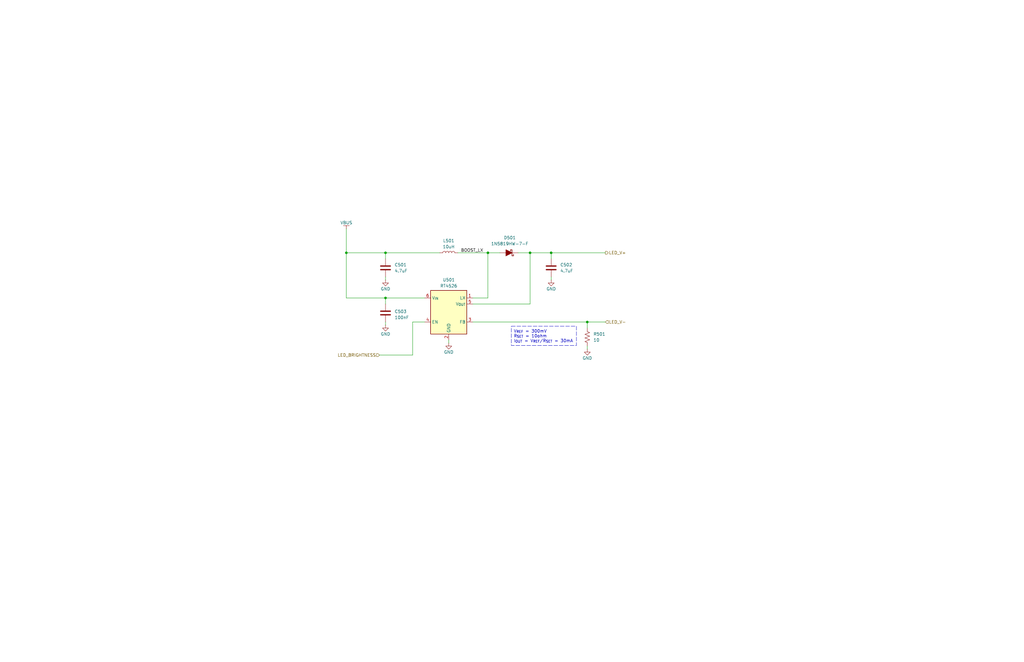
<source format=kicad_sch>
(kicad_sch (version 20250114) (generator "eeschema") (generator_version "9.0")
  (paper "B")
  (lib_symbols
    (symbol "Device:C" (pin_numbers (hide yes)) (pin_names (offset 0.254))
      (property "Reference" "C" (at 0.635 2.54 0))
      (property "Value" "C" (at 0.635 -2.54 0))
      (symbol "C_0_1"
        (polyline (pts (xy -2.032 0.762) (xy 2.032 0.762)) (stroke (width 0.508)))
        (polyline (pts (xy -2.032 -0.762) (xy 2.032 -0.762)) (stroke (width 0.508)))
      )
      (symbol "C_1_1"
        (pin passive line (at 0 3.81 270) (length 2.794) (name "~") (number "1"))
        (pin passive line (at 0 -3.81 90) (length 2.794) (name "~") (number "2"))
      )
    )
    (symbol "Device:D_Schottky_Filled" (pin_numbers (hide yes)) (pin_names (offset 1.016) (hide yes))
      (property "Reference" "D" (at 0 2.54 0))
      (property "Value" "D_Schottky_Filled" (at 0 -2.54 0))
      (symbol "D_Schottky_Filled_0_1"
        (polyline (pts (xy -1.905 0.635) (xy -1.905 1.27) (xy -1.27 1.27) (xy -1.27 -1.27) (xy -0.635 -1.27) (xy -0.635 -0.635)) (stroke (width 0.254)))
        (polyline (pts (xy 1.27 1.27) (xy 1.27 -1.27) (xy -1.27 0) (xy 1.27 1.27)) (stroke (width 0.254)) (fill (type outline)))
        (polyline (pts (xy 1.27 0) (xy -1.27 0)))
      )
      (symbol "D_Schottky_Filled_1_1"
        (pin passive line (at -3.81 0 0) (length 2.54) (name "K") (number "1"))
        (pin passive line (at 3.81 0 180) (length 2.54) (name "A") (number "2"))
      )
    )
    (symbol "Device:L" (pin_numbers (hide yes)) (pin_names (offset 1.016) (hide yes))
      (property "Reference" "L" (at -1.27 0 90))
      (property "Value" "L" (at 1.905 0 90))
      (symbol "L_0_1"
        (arc (start 0 2.54) (mid 0.6323 1.905) (end 0 1.27))
        (arc (start 0 1.27) (mid 0.6323 0.635) (end 0 0))
        (arc (start 0 0) (mid 0.6323 -0.635) (end 0 -1.27))
        (arc (start 0 -1.27) (mid 0.6323 -1.905) (end 0 -2.54))
      )
      (symbol "L_1_1"
        (pin passive line (at 0 3.81 270) (length 1.27) (name "1") (number "1"))
        (pin passive line (at 0 -3.81 90) (length 1.27) (name "2") (number "2"))
      )
    )
    (symbol "Device:R_US" (pin_numbers (hide yes)) (pin_names (offset 0))
      (property "Reference" "R" (at 2.54 0 90))
      (property "Value" "R_US" (at -2.54 0 90))
      (symbol "R_US_0_1"
        (polyline (pts (xy 0 2.286) (xy 0 2.54)))
        (polyline (pts (xy 0 2.286) (xy 1.016 1.905) (xy 0 1.524) (xy -1.016 1.143) (xy 0 0.762)))
        (polyline (pts (xy 0 0.762) (xy 1.016 0.381) (xy 0 0) (xy -1.016 -0.381) (xy 0 -0.762)))
        (polyline (pts (xy 0 -0.762) (xy 1.016 -1.143) (xy 0 -1.524) (xy -1.016 -1.905) (xy 0 -2.286)))
        (polyline (pts (xy 0 -2.286) (xy 0 -2.54)))
      )
      (symbol "R_US_1_1"
        (pin passive line (at 0 3.81 270) (length 1.27) (name "~") (number "1"))
        (pin passive line (at 0 -3.81 90) (length 1.27) (name "~") (number "2"))
      )
    )
    (symbol "irex_Driver_LED:RT4526"
      (property "Reference" "U" (at -7.62 14.478 0))
      (property "Value" "RT4526" (at -7.62 11.938 0))
      (symbol "RT4526_0_1"
        (rectangle (start -7.62 10.795) (end 7.62 -7.62) (stroke (width 0.254)) (fill (type background)))
      )
      (symbol "RT4526_1_1"
        (pin power_in line (at -10.16 7.62 0) (length 2.54) (name "V_{IN}") (number "6"))
        (pin input line (at -10.16 -2.54 0) (length 2.54) (name "EN") (number "4"))
        (pin power_in line (at 0 -10.16 90) (length 2.54) (name "GND") (number "2"))
        (pin open_collector line (at 10.16 7.62 180) (length 2.54) (name "LX") (number "1"))
        (pin input line (at 10.16 5.08 180) (length 2.54) (name "V_{OUT}") (number "5"))
        (pin input line (at 10.16 -2.54 180) (length 2.54) (name "FB") (number "3"))
      )
    )
    (symbol "irex_Power:VCC_bar" (power) (pin_numbers (hide yes)) (pin_names (offset 0) (hide yes))
      (property "Value" "VCC_bar" (at 0 1.778 0))
      (symbol "VCC_bar_0_1"
        (polyline (pts (xy -1.27 1.27) (xy 1.27 1.27)))
        (polyline (pts (xy 0 0) (xy 0 1.27)))
      )
      (symbol "VCC_bar_1_1"
        (pin power_in line (at 0 0 90) (length 0) (name "~") (number "1"))
      )
    )
    (symbol "power:GND" (power) (pin_numbers (hide yes)) (pin_names (offset 0) (hide yes))
      (property "Value" "GND" (at 0 -3.81 0))
      (symbol "GND_0_1"
        (polyline (pts (xy 0 0) (xy 0 -1.27) (xy 1.27 -1.27) (xy 0 -2.54) (xy -1.27 -1.27) (xy 0 -1.27)))
      )
      (symbol "GND_1_1"
        (pin power_in line (at 0 0 270) (length 0) (name "~") (number "1"))
      )
    )
  )
  (text_box "V_{REF} = 300mV\nR_{SET} = 10ohm \nI_{OUT} = V_{REF}/R_{SET} = 30mA" (at 215.646 137.668 0) (size 27.432 8.128) (margins 0.9525 0.9525 0.9525 0.9525) (stroke (width 0) (type dash)) (effects (font (size 1.27 1.27) (thickness 0.1588)) (justify left)))
  (junction (at 146.05 106.68))
  (junction (at 247.65 135.89))
  (junction (at 223.52 106.68))
  (junction (at 205.74 106.68))
  (junction (at 232.41 106.68))
  (junction (at 162.56 125.73))
  (junction (at 162.56 106.68))
  (wire (pts (xy 205.74 125.73) (xy 205.74 106.68)))
  (wire (pts (xy 223.52 128.27) (xy 223.52 106.68)))
  (wire (pts (xy 247.65 138.43) (xy 247.65 135.89)))
  (wire (pts (xy 199.39 135.89) (xy 247.65 135.89)))
  (wire (pts (xy 193.04 106.68) (xy 205.74 106.68)))
  (wire (pts (xy 162.56 106.68) (xy 146.05 106.68)))
  (wire (pts (xy 162.56 106.68) (xy 185.42 106.68)))
  (wire (pts (xy 247.65 135.89) (xy 255.27 135.89)))
  (wire (pts (xy 160.02 149.86) (xy 173.99 149.86)))
  (wire (pts (xy 162.56 109.22) (xy 162.56 106.68)))
  (wire (pts (xy 146.05 96.52) (xy 146.05 106.68)))
  (wire (pts (xy 162.56 125.73) (xy 179.07 125.73)))
  (wire (pts (xy 232.41 106.68) (xy 232.41 109.22)))
  (wire (pts (xy 247.65 146.05) (xy 247.65 147.32)))
  (wire (pts (xy 162.56 116.84) (xy 162.56 118.11)))
  (wire (pts (xy 223.52 106.68) (xy 232.41 106.68)))
  (wire (pts (xy 162.56 128.27) (xy 162.56 125.73)))
  (wire (pts (xy 205.74 106.68) (xy 210.82 106.68)))
  (wire (pts (xy 232.41 116.84) (xy 232.41 118.11)))
  (wire (pts (xy 232.41 106.68) (xy 255.27 106.68)))
  (wire (pts (xy 218.44 106.68) (xy 223.52 106.68)))
  (wire (pts (xy 146.05 125.73) (xy 162.56 125.73)))
  (wire (pts (xy 189.23 143.51) (xy 189.23 144.78)))
  (wire (pts (xy 199.39 125.73) (xy 205.74 125.73)))
  (wire (pts (xy 162.56 135.89) (xy 162.56 137.16)))
  (wire (pts (xy 199.39 128.27) (xy 223.52 128.27)))
  (wire (pts (xy 173.99 135.89) (xy 173.99 149.86)))
  (wire (pts (xy 146.05 106.68) (xy 146.05 125.73)))
  (wire (pts (xy 179.07 135.89) (xy 173.99 135.89)))
  (label "BOOST_LX" (at 194.31 106.68 0))
  (hierarchical_label "LED_V+" (shape output) (at 255.27 106.68 0))
  (hierarchical_label "LED_V-" (shape input) (at 255.27 135.89 0))
  (hierarchical_label "LED_BRIGHTNESS" (shape input) (at 160.02 149.86 180))
  (symbol (lib_id "irex_Power:VCC_bar") (at 146.05 96.52 0) (unit 1)
    (property "Reference" "#PWR0201" (effects (hide yes)))
    (property "Value" "VBUS" (at 146.05 94.742 0) (effects (justify bottom)))
    (property "Description" "Power symbol creates a global label with name \"VCC_bar\"" (effects (hide yes)))
    (instances (project "Control Board" (path "" (reference "#PWR0501") (unit 1)) (path "" (reference "#PWR0401") (unit 1)) (path "" (reference "#PWR0601") (unit 1)) (path "" (reference "#PWR0201") (unit 1)) (path "" (reference "#PWR0301") (unit 1))))
  )
  (symbol (lib_id "power:GND") (at 189.23 144.78 0) (unit 1)
    (property "Reference" "#PWR0205" (effects (hide yes)))
    (property "Value" "GND" (at 189.23 148.59 0))
    (instances (project "Control Board" (path "" (reference "#PWR0505") (unit 1)) (path "" (reference "#PWR0405") (unit 1)) (path "" (reference "#PWR0605") (unit 1)) (path "" (reference "#PWR0205") (unit 1)) (path "" (reference "#PWR0305") (unit 1))))
  )
  (symbol (lib_id "power:GND") (at 247.65 147.32 0) (unit 1)
    (property "Reference" "#PWR0206" (effects (hide yes)))
    (property "Value" "GND" (at 247.65 151.13 0))
    (instances (project "Control Board" (path "" (reference "#PWR0506") (unit 1)) (path "" (reference "#PWR0406") (unit 1)) (path "" (reference "#PWR0606") (unit 1)) (path "" (reference "#PWR0206") (unit 1)) (path "" (reference "#PWR0306") (unit 1))))
  )
  (symbol (lib_id "Device:C") (at 232.41 113.03 0) (unit 1)
    (property "Reference" "C202" (at 236.22 111.7599 0) (effects (justify left)))
    (property "Value" "4.7uF" (at 236.22 114.2999 0) (effects (justify left)))
    (property "Footprint" "Capacitor_SMD:C_1206_3216Metric" (effects (hide yes)))
    (property "Description" "Unpolarized capacitor" (effects (hide yes)))
    (property "MPN" "GRM31CR71H475KA12L" (effects (hide yes)))
    (property "LCSC PN" "C77096" (effects (hide yes)))
    (instances (project "Control Board" (path "" (reference "C502") (unit 1)) (path "" (reference "C402") (unit 1)) (path "" (reference "C602") (unit 1)) (path "" (reference "C202") (unit 1)) (path "" (reference "C302") (unit 1))))
  )
  (symbol (lib_id "Device:D_Schottky_Filled") (at 214.63 106.68 180) (unit 1)
    (property "Reference" "D201" (at 214.9475 100.33 0))
    (property "Value" "1N5819HW-7-F" (at 214.9475 102.87 0))
    (property "Footprint" "Diode_SMD:D_SOD-123" (effects (hide yes)))
    (property "Datasheet" "https://www.diodes.com/assets/Datasheets/1N5819HW.pdf" (effects (hide yes)))
    (property "Description" "Schottky diode, filled shape" (effects (hide yes)))
    (property "MPN" "1N5819HW-7-F" (effects (hide yes)))
    (property "LCSC PN" "C82544" (effects (hide yes)))
    (instances (project "Control Board" (path "" (reference "D501") (unit 1)) (path "" (reference "D401") (unit 1)) (path "" (reference "D601") (unit 1)) (path "" (reference "D201") (unit 1)) (path "" (reference "D301") (unit 1))))
  )
  (symbol (lib_id "Device:C") (at 162.56 113.03 0) (unit 1)
    (property "Reference" "C201" (at 166.37 111.7599 0) (effects (justify left)))
    (property "Value" "4.7uF" (at 166.37 114.2999 0) (effects (justify left)))
    (property "Footprint" "Capacitor_SMD:C_0805_2012Metric" (effects (hide yes)))
    (property "Description" "Unpolarized capacitor" (effects (hide yes)))
    (property "MPN" "CL21A475KBQNNNE" (effects (hide yes)))
    (property "LCSC PN" "C98192" (effects (hide yes)))
    (instances (project "Control Board" (path "" (reference "C501") (unit 1)) (path "" (reference "C401") (unit 1)) (path "" (reference "C601") (unit 1)) (path "" (reference "C201") (unit 1)) (path "" (reference "C301") (unit 1))))
  )
  (symbol (lib_id "Device:L") (at 189.23 106.68 90) (unit 1)
    (property "Reference" "L201" (at 189.23 101.6 90))
    (property "Value" "10uH" (at 189.23 104.14 90))
    (property "Footprint" "Inductor_SMD:L_TDK_NLV25_2.5x2.0mm" (effects (hide yes)))
    (property "Datasheet" "https://product.tdk.com/en/system/files/dam/doc/product/inductor/inductor/smd/catalog/inductor_commercial_power_vls252012hbx-1_en.pdf" (effects (hide yes)))
    (property "Description" "Inductor" (effects (hide yes)))
    (property "MPN" "VLS252012HBX-100M-1" (effects (hide yes)))
    (property "LCSC PN" "C88532" (effects (hide yes)))
    (instances (project "Control Board" (path "" (reference "L501") (unit 1)) (path "" (reference "L401") (unit 1)) (path "" (reference "L601") (unit 1)) (path "" (reference "L201") (unit 1)) (path "" (reference "L301") (unit 1))))
  )
  (symbol (lib_id "Device:C") (at 162.56 132.08 0) (unit 1)
    (property "Reference" "C203" (at 166.37 131.445 0) (effects (justify left)))
    (property "Value" "100nF" (at 166.37 133.985 0) (effects (justify left)))
    (property "Footprint" "Capacitor_SMD:C_0402_1005Metric" (effects (hide yes)))
    (property "DigiKey PN" "1276-1006-1-ND" (effects (hide yes)))
    (property "LCSC PN" "C1525" (effects (hide yes)))
    (property "MPN" "CL05B104KO5NNNC" (effects (hide yes)))
    (instances (project "Control Board" (path "" (reference "C503") (unit 1)) (path "" (reference "C403") (unit 1)) (path "" (reference "C603") (unit 1)) (path "" (reference "C203") (unit 1)) (path "" (reference "C303") (unit 1))))
  )
  (symbol (lib_id "irex_Driver_LED:RT4526") (at 189.23 133.35 0) (unit 1)
    (property "Reference" "U201" (at 189.23 118.11 0))
    (property "Value" "RT4526" (at 189.23 120.65 0))
    (property "Footprint" "Package_TO_SOT_SMD:TSOT-23-6" (effects (hide yes)))
    (property "Datasheet" "https://www.richtek.com/assets/product_file/RT4526/DS4526-02.pdf" (effects (hide yes)))
    (property "Description" "1MHz LED Boost Driver, 2.5..5.5Vin, <35Vout, TSOT-23-6" (effects (hide yes)))
    (property "MPN" "RT4526" (effects (hide yes)))
    (property "LCSC PN" "C425168" (effects (hide yes)))
    (instances (project "Control Board" (path "" (reference "U501") (unit 1)) (path "" (reference "U401") (unit 1)) (path "" (reference "U601") (unit 1)) (path "" (reference "U201") (unit 1)) (path "" (reference "U301") (unit 1))))
  )
  (symbol (lib_id "power:GND") (at 232.41 118.11 0) (unit 1)
    (property "Reference" "#PWR0203" (effects (hide yes)))
    (property "Value" "GND" (at 232.41 121.92 0))
    (instances (project "Control Board" (path "" (reference "#PWR0503") (unit 1)) (path "" (reference "#PWR0403") (unit 1)) (path "" (reference "#PWR0603") (unit 1)) (path "" (reference "#PWR0203") (unit 1)) (path "" (reference "#PWR0303") (unit 1))))
  )
  (symbol (lib_id "Device:R_US") (at 247.65 142.24 0) (unit 1)
    (property "Reference" "R201" (at 250.19 140.9699 0) (effects (justify left)))
    (property "Value" "10" (at 250.19 143.5099 0) (effects (justify left)))
    (property "Footprint" "Resistor_SMD:R_0402_1005Metric" (effects (hide yes)))
    (property "Description" "Resistor, US symbol" (effects (hide yes)))
    (property "MPN" "RC0402FR-0710RL" (effects (hide yes)))
    (property "LCSC PN" "C138066" (effects (hide yes)))
    (instances (project "Control Board" (path "" (reference "R501") (unit 1)) (path "" (reference "R401") (unit 1)) (path "" (reference "R601") (unit 1)) (path "" (reference "R201") (unit 1)) (path "" (reference "R301") (unit 1))))
  )
  (symbol (lib_id "power:GND") (at 162.56 118.11 0) (unit 1)
    (property "Reference" "#PWR0202" (effects (hide yes)))
    (property "Value" "GND" (at 162.56 121.92 0))
    (instances (project "Control Board" (path "" (reference "#PWR0502") (unit 1)) (path "" (reference "#PWR0402") (unit 1)) (path "" (reference "#PWR0602") (unit 1)) (path "" (reference "#PWR0202") (unit 1)) (path "" (reference "#PWR0302") (unit 1))))
  )
  (symbol (lib_id "power:GND") (at 162.56 137.16 0) (unit 1)
    (property "Reference" "#PWR0204" (effects (hide yes)))
    (property "Value" "GND" (at 162.56 140.97 0))
    (instances (project "Control Board" (path "" (reference "#PWR0504") (unit 1)) (path "" (reference "#PWR0404") (unit 1)) (path "" (reference "#PWR0604") (unit 1)) (path "" (reference "#PWR0204") (unit 1)) (path "" (reference "#PWR0304") (unit 1))))
  )
)
</source>
